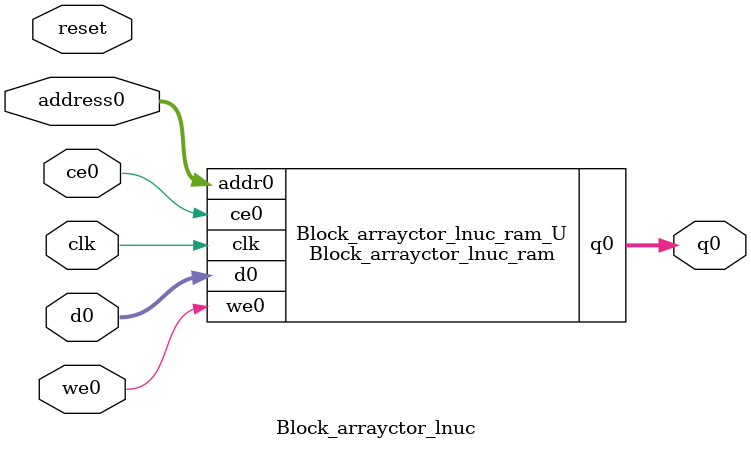
<source format=v>
`timescale 1 ns / 1 ps
module Block_arrayctor_lnuc_ram (addr0, ce0, d0, we0, q0,  clk);

parameter DWIDTH = 5;
parameter AWIDTH = 11;
parameter MEM_SIZE = 1408;

input[AWIDTH-1:0] addr0;
input ce0;
input[DWIDTH-1:0] d0;
input we0;
output reg[DWIDTH-1:0] q0;
input clk;

(* ram_style = "block" *)reg [DWIDTH-1:0] ram[0:MEM_SIZE-1];




always @(posedge clk)  
begin 
    if (ce0) begin
        if (we0) 
            ram[addr0] <= d0; 
        q0 <= ram[addr0];
    end
end


endmodule

`timescale 1 ns / 1 ps
module Block_arrayctor_lnuc(
    reset,
    clk,
    address0,
    ce0,
    we0,
    d0,
    q0);

parameter DataWidth = 32'd5;
parameter AddressRange = 32'd1408;
parameter AddressWidth = 32'd11;
input reset;
input clk;
input[AddressWidth - 1:0] address0;
input ce0;
input we0;
input[DataWidth - 1:0] d0;
output[DataWidth - 1:0] q0;



Block_arrayctor_lnuc_ram Block_arrayctor_lnuc_ram_U(
    .clk( clk ),
    .addr0( address0 ),
    .ce0( ce0 ),
    .we0( we0 ),
    .d0( d0 ),
    .q0( q0 ));

endmodule


</source>
